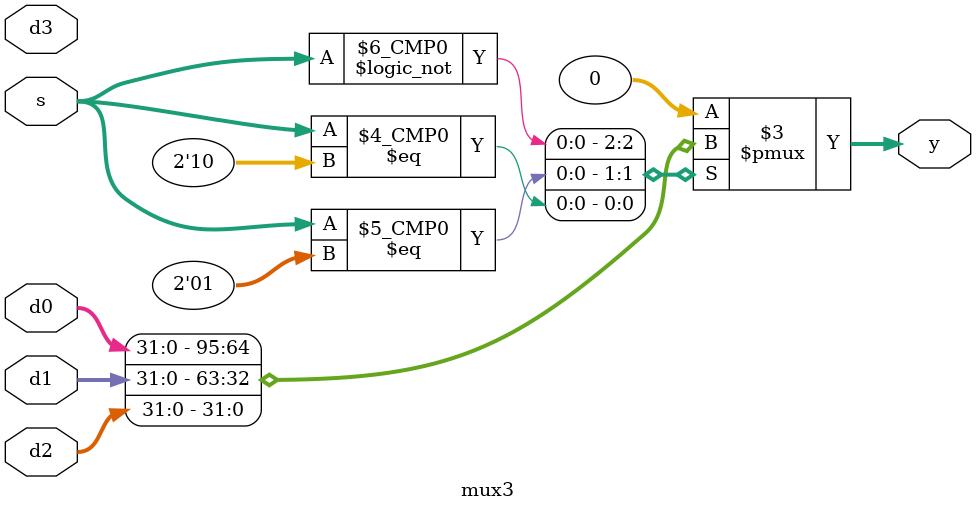
<source format=sv>
module mux3 #(parameter WIDTH = 32)
             (input  logic [WIDTH-1:0] d0, d1, d2, d3,
              input  logic [1:0]       s, 
              output logic [WIDTH-1:0] y);

   always_comb
      case(s)
        2'b00: y = d0;
        2'b01: y = d1;
        2'b10: y = d2;
	default: y = '0;
      endcase
endmodule


</source>
